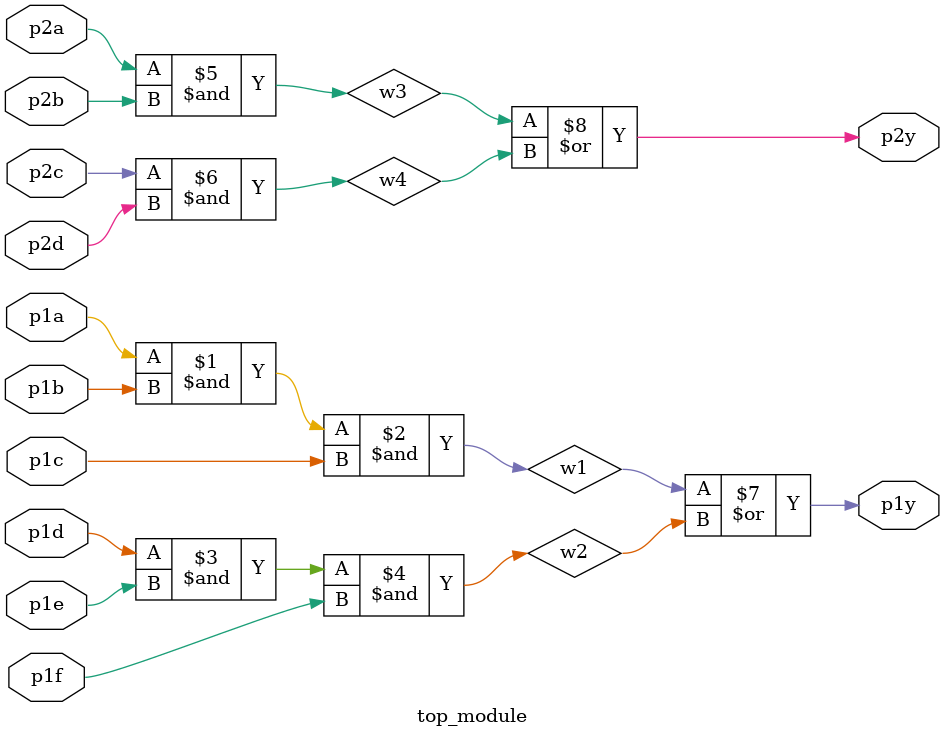
<source format=v>
module top_module ( 
    input p1a, p1b, p1c, p1d, p1e, p1f,
    output p1y,
    input p2a, p2b, p2c, p2d,
    output p2y );

    wire w1,w2,w3,w4;
    
    assign w1 = p1a&p1b&p1c;
    assign w2 = p1d&p1e&p1f;
    assign w3 = p2a&p2b;
    assign w4 = p2c&p2d;

    assign p1y = w1|w2;
    assign p2y = w3|w4;
    

endmodule

</source>
